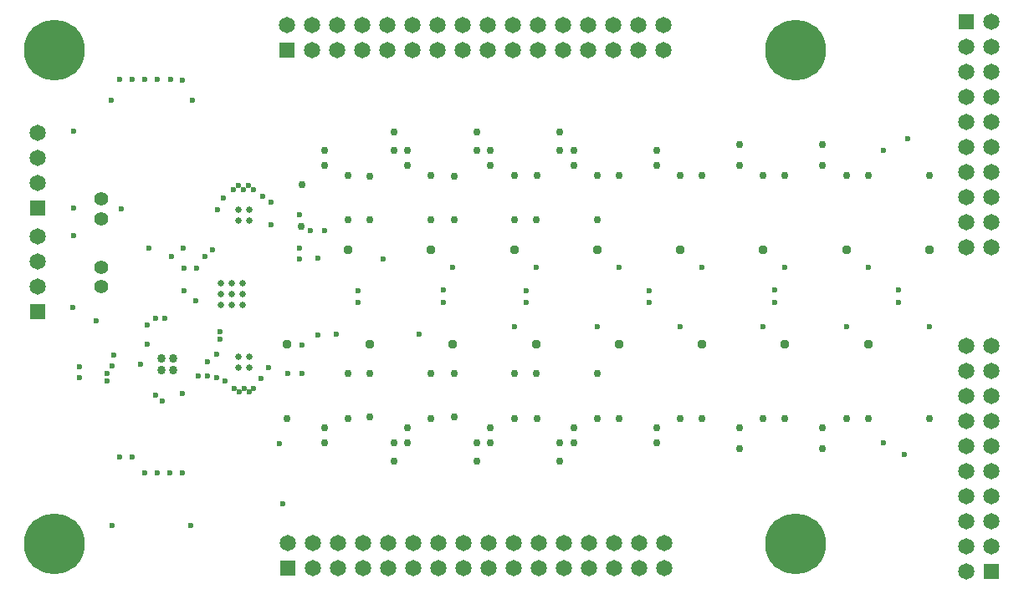
<source format=gbs>
G04*
G04 #@! TF.GenerationSoftware,Altium Limited,Altium Designer,20.0.9 (164)*
G04*
G04 Layer_Color=16711935*
%FSLAX25Y25*%
%MOIN*%
G70*
G01*
G75*
%ADD51C,0.06496*%
%ADD52R,0.06496X0.06496*%
%ADD53R,0.06496X0.06496*%
%ADD54C,0.05591*%
%ADD55C,0.02362*%
%ADD56C,0.02953*%
%ADD57C,0.24213*%
%ADD58C,0.03740*%
%ADD59C,0.02559*%
%ADD60C,0.03398*%
D51*
X255512Y11969D02*
D03*
X255512Y1969D02*
D03*
X245512Y11969D02*
D03*
X245512Y1969D02*
D03*
X235512Y11969D02*
D03*
Y1969D02*
D03*
X225512Y11969D02*
D03*
X225512Y1969D02*
D03*
X215512Y11969D02*
D03*
Y1969D02*
D03*
X205512Y11969D02*
D03*
X205512Y1969D02*
D03*
X195512Y11969D02*
D03*
Y1969D02*
D03*
X185512Y11969D02*
D03*
Y1969D02*
D03*
X175512Y11969D02*
D03*
Y1969D02*
D03*
X165512Y11969D02*
D03*
Y1969D02*
D03*
X155512Y11969D02*
D03*
X155512Y1969D02*
D03*
X145512Y11969D02*
D03*
Y1969D02*
D03*
X135512Y11969D02*
D03*
X135512Y1969D02*
D03*
X125512Y11969D02*
D03*
Y1969D02*
D03*
X115512Y11969D02*
D03*
X115512Y1969D02*
D03*
X105512Y11969D02*
D03*
X375827Y90551D02*
D03*
X385827D02*
D03*
X375827Y80551D02*
D03*
X385827Y80551D02*
D03*
X375827Y70551D02*
D03*
X385827Y70551D02*
D03*
X375827Y60551D02*
D03*
X385827Y60551D02*
D03*
X375827Y50551D02*
D03*
X385827D02*
D03*
X375827Y40551D02*
D03*
X385827Y40551D02*
D03*
X375827Y30551D02*
D03*
X385827Y30551D02*
D03*
X375827Y20551D02*
D03*
X385827D02*
D03*
X375827Y10551D02*
D03*
X385827D02*
D03*
X375827Y551D02*
D03*
X105118Y218504D02*
D03*
X115118Y208504D02*
D03*
Y218504D02*
D03*
X125118Y208504D02*
D03*
X125118Y218504D02*
D03*
X135118Y208504D02*
D03*
X135118Y218504D02*
D03*
X145118Y208504D02*
D03*
X145118Y218504D02*
D03*
X155118Y208504D02*
D03*
Y218504D02*
D03*
X165118Y208504D02*
D03*
X165118Y218504D02*
D03*
X175118Y208504D02*
D03*
X175118Y218504D02*
D03*
X185118Y208504D02*
D03*
X185118Y218504D02*
D03*
X195118Y208504D02*
D03*
X195118Y218504D02*
D03*
X205118Y208504D02*
D03*
Y218504D02*
D03*
X215118Y208504D02*
D03*
Y218504D02*
D03*
X225118Y208504D02*
D03*
X225118Y218504D02*
D03*
X235118Y208504D02*
D03*
X235118Y218504D02*
D03*
X245118Y208504D02*
D03*
Y218504D02*
D03*
X255118Y208504D02*
D03*
X255118Y218504D02*
D03*
X385827Y219921D02*
D03*
X375827Y209921D02*
D03*
X385827Y209921D02*
D03*
X375827Y199921D02*
D03*
X385827D02*
D03*
X375827Y189921D02*
D03*
X385827D02*
D03*
X375827Y179921D02*
D03*
X385827Y179921D02*
D03*
X375827Y169921D02*
D03*
X385827D02*
D03*
X375827Y159921D02*
D03*
X385827D02*
D03*
X375827Y149921D02*
D03*
X385827D02*
D03*
X375827Y139921D02*
D03*
X385827D02*
D03*
X375827Y129921D02*
D03*
X385827Y129921D02*
D03*
X5906Y175669D02*
D03*
Y165669D02*
D03*
Y155669D02*
D03*
Y134331D02*
D03*
Y124331D02*
D03*
Y114331D02*
D03*
D52*
X105512Y1969D02*
D03*
X105118Y208504D02*
D03*
D53*
X385827Y551D02*
D03*
X375827Y219921D02*
D03*
X5906Y145669D02*
D03*
Y104331D02*
D03*
D54*
X31102Y122047D02*
D03*
Y114173D02*
D03*
Y141339D02*
D03*
Y149213D02*
D03*
D55*
X133465Y112598D02*
D03*
X167323Y112992D02*
D03*
X200394Y112598D02*
D03*
X249606D02*
D03*
X299606Y112992D02*
D03*
X348819D02*
D03*
Y107874D02*
D03*
X299606D02*
D03*
X249606D02*
D03*
X200394D02*
D03*
X167323D02*
D03*
X133465D02*
D03*
X103543Y27559D02*
D03*
X101969Y51575D02*
D03*
X111024Y79528D02*
D03*
Y90945D02*
D03*
X117323Y94882D02*
D03*
Y125591D02*
D03*
X110236Y142913D02*
D03*
Y129528D02*
D03*
X38583Y46457D02*
D03*
X38583Y196850D02*
D03*
X98819Y138976D02*
D03*
X352362Y173228D02*
D03*
X351181Y47244D02*
D03*
X79921Y149606D02*
D03*
X75590Y129134D02*
D03*
X94882Y77559D02*
D03*
X97859Y82062D02*
D03*
X55512Y68504D02*
D03*
X52756Y70866D02*
D03*
X35433Y18898D02*
D03*
X66929D02*
D03*
X50000Y129528D02*
D03*
X63779D02*
D03*
X59055Y126378D02*
D03*
X64173Y112598D02*
D03*
X67323Y188583D02*
D03*
X35039D02*
D03*
X38976Y145276D02*
D03*
X105512Y79528D02*
D03*
X98819Y148031D02*
D03*
X114567Y136614D02*
D03*
X120079D02*
D03*
X76968Y78150D02*
D03*
X342913Y168504D02*
D03*
X110236Y125197D02*
D03*
X143307D02*
D03*
X171260Y122047D02*
D03*
X204331Y122047D02*
D03*
X237402Y122047D02*
D03*
X270472Y122047D02*
D03*
X303543D02*
D03*
X336614Y122047D02*
D03*
X77559Y144882D02*
D03*
X95276Y150394D02*
D03*
X91732Y153150D02*
D03*
X89764Y154724D02*
D03*
X87795Y153150D02*
D03*
X85827Y154724D02*
D03*
X83858Y153150D02*
D03*
X124803Y95276D02*
D03*
X157874D02*
D03*
X195669Y98425D02*
D03*
X228740D02*
D03*
X261811D02*
D03*
X294882D02*
D03*
X327953D02*
D03*
X361024D02*
D03*
X91929Y73819D02*
D03*
X89961Y72244D02*
D03*
X87992Y73819D02*
D03*
X86024Y72244D02*
D03*
X84055Y73819D02*
D03*
X80512Y76575D02*
D03*
X63386Y71653D02*
D03*
X56337Y101538D02*
D03*
X43601Y46378D02*
D03*
X46654Y83268D02*
D03*
X342913Y51968D02*
D03*
X19685Y105905D02*
D03*
X20079Y176378D02*
D03*
Y134646D02*
D03*
Y145669D02*
D03*
X53543Y196850D02*
D03*
X49606Y99129D02*
D03*
X64272Y121811D02*
D03*
X68996Y121653D02*
D03*
X43543Y197008D02*
D03*
X48425Y196850D02*
D03*
X58661D02*
D03*
X48543Y40096D02*
D03*
X53543Y40080D02*
D03*
X58543Y40039D02*
D03*
X36220Y86832D02*
D03*
X35433Y82677D02*
D03*
X69921Y78583D02*
D03*
X73386Y78583D02*
D03*
X73427Y84447D02*
D03*
X63574Y196728D02*
D03*
X63543Y40000D02*
D03*
X72441Y126378D02*
D03*
X76968Y87205D02*
D03*
X52756Y101575D02*
D03*
X49606Y91339D02*
D03*
X68934Y108766D02*
D03*
X22441Y82284D02*
D03*
Y77953D02*
D03*
X29134Y100787D02*
D03*
X33465Y79528D02*
D03*
Y76772D02*
D03*
X78439Y96483D02*
D03*
X78445Y93307D02*
D03*
D56*
X111024Y155118D02*
D03*
X110630Y138189D02*
D03*
X228740Y158661D02*
D03*
X204724D02*
D03*
X228740Y140945D02*
D03*
X204331Y140945D02*
D03*
X195669Y140945D02*
D03*
X195669Y158661D02*
D03*
X171653Y140945D02*
D03*
Y158268D02*
D03*
X162598Y140945D02*
D03*
X162598Y158661D02*
D03*
X138189Y158268D02*
D03*
Y140945D02*
D03*
X129527D02*
D03*
Y158661D02*
D03*
X237402D02*
D03*
X261811D02*
D03*
X270472Y158661D02*
D03*
X294882D02*
D03*
X303543D02*
D03*
X327953D02*
D03*
X336614Y158661D02*
D03*
X361024Y158661D02*
D03*
X105118Y61811D02*
D03*
X361024Y61811D02*
D03*
X336614Y61811D02*
D03*
X327953Y61811D02*
D03*
X303543D02*
D03*
X294882D02*
D03*
X270472D02*
D03*
X261811Y61811D02*
D03*
X237402D02*
D03*
X180709Y44488D02*
D03*
X213780D02*
D03*
X147638D02*
D03*
X120079Y57874D02*
D03*
Y51968D02*
D03*
X318504Y57874D02*
D03*
Y49606D02*
D03*
X318504Y170866D02*
D03*
Y162598D02*
D03*
X129528Y61811D02*
D03*
Y79528D02*
D03*
X138189D02*
D03*
Y62205D02*
D03*
X162598Y61811D02*
D03*
X162599Y79528D02*
D03*
X171654Y62205D02*
D03*
Y79528D02*
D03*
X195669Y61811D02*
D03*
X195669Y79528D02*
D03*
X204331Y79528D02*
D03*
X228740Y79528D02*
D03*
X204724Y61811D02*
D03*
X228740D02*
D03*
X285433Y49606D02*
D03*
Y57874D02*
D03*
X252362Y57874D02*
D03*
X252362Y51968D02*
D03*
X153150Y57874D02*
D03*
X147638Y51968D02*
D03*
X153150D02*
D03*
X186221Y57874D02*
D03*
X180709Y51968D02*
D03*
X186221D02*
D03*
X219291Y57874D02*
D03*
X213780Y51969D02*
D03*
X219291D02*
D03*
X120079Y168504D02*
D03*
X153150D02*
D03*
X186221D02*
D03*
X252362D02*
D03*
X219291D02*
D03*
X120079Y162598D02*
D03*
X147638Y168504D02*
D03*
Y175984D02*
D03*
X180709Y168504D02*
D03*
Y175984D02*
D03*
X213779D02*
D03*
Y168504D02*
D03*
X285433Y162598D02*
D03*
Y170866D02*
D03*
X252362Y162598D02*
D03*
X153150D02*
D03*
X186221D02*
D03*
X219291D02*
D03*
D57*
X12598Y208661D02*
D03*
X307874D02*
D03*
X12598Y11811D02*
D03*
X307874D02*
D03*
D58*
X361024Y129134D02*
D03*
X327953Y129134D02*
D03*
X294882D02*
D03*
X261811D02*
D03*
X228740D02*
D03*
X195669D02*
D03*
X162598D02*
D03*
X129527D02*
D03*
X105118Y91339D02*
D03*
X138189D02*
D03*
X171260D02*
D03*
X204331Y91339D02*
D03*
X237402Y91339D02*
D03*
X270472Y91339D02*
D03*
X303543D02*
D03*
X336614D02*
D03*
D59*
X87402Y115748D02*
D03*
X87402Y111417D02*
D03*
X87402Y107087D02*
D03*
X83071Y115748D02*
D03*
Y111417D02*
D03*
Y107087D02*
D03*
X78740Y115748D02*
D03*
X78740Y111417D02*
D03*
X78740Y107087D02*
D03*
X90158Y86221D02*
D03*
X90158Y81890D02*
D03*
X85827Y86221D02*
D03*
Y81890D02*
D03*
X85630Y140748D02*
D03*
X85630Y145079D02*
D03*
X89961Y140748D02*
D03*
X89961Y145079D02*
D03*
D60*
X55020Y85630D02*
D03*
X59744D02*
D03*
X55020Y80905D02*
D03*
X59744D02*
D03*
M02*

</source>
